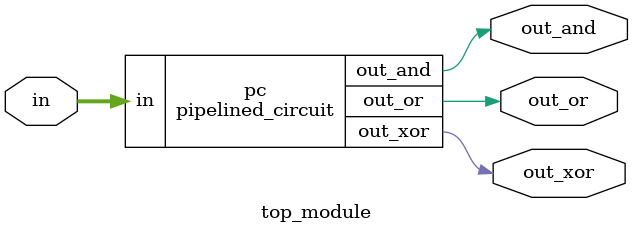
<source format=v>
module pipelined_circuit(
    input [3:0] in,
    output out_and,
    output out_or,
    output out_xor
);

wire [3:0] stage1_out;
wire [2:0] stage2_out;

// Stage 1
assign stage1_out[0] = in[0] & in[1];
assign stage1_out[1] = in[2] & in[3];
assign stage1_out[2] = stage1_out[0] | stage1_out[1];
assign stage1_out[3] = stage1_out[0] ^ stage1_out[1];

// Stage 2
assign stage2_out[0] = stage1_out[0] & stage1_out[1];
assign stage2_out[1] = stage1_out[2] | stage1_out[3];
assign stage2_out[2] = stage1_out[2] ^ stage1_out[3];

// Output
assign out_and = stage2_out[0];
assign out_or = stage2_out[1];
assign out_xor = stage2_out[2];

endmodule

module top_module( 
    input [3:0] in,
    output out_and,
    output out_or,
    output out_xor
);

pipelined_circuit pc(
    .in(in),
    .out_and(out_and),
    .out_or(out_or),
    .out_xor(out_xor)
);

endmodule
</source>
